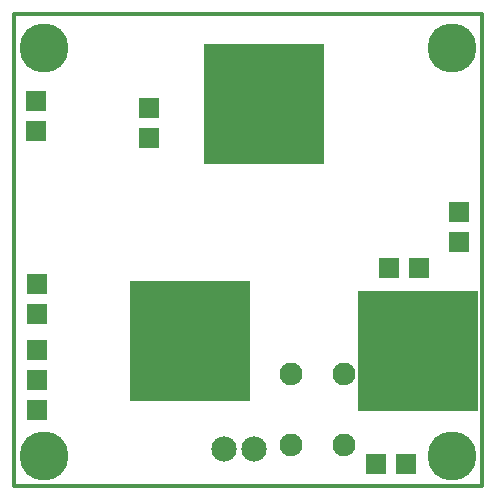
<source format=gbr>
G04 DesignSpark PCB Gerber Version 10.0 Build 5299*
G04 #@! TF.Part,Single*
G04 #@! TF.FileFunction,Soldermask,Bot*
G04 #@! TF.FilePolarity,Negative*
%FSLAX35Y35*%
%MOIN*%
G04 #@! TA.AperFunction,ComponentPad*
%ADD109R,0.06600X0.06600*%
G04 #@! TA.AperFunction,SMDPad,CuDef*
%ADD137R,0.39970X0.39970*%
G04 #@! TD.AperFunction*
%ADD11C,0.01200*%
G04 #@! TA.AperFunction,ComponentPad*
%ADD111C,0.07600*%
%ADD112C,0.08474*%
G04 #@! TA.AperFunction,WasherPad*
%ADD107C,0.16348*%
G04 #@! TD.AperFunction*
X0Y0D02*
D02*
D11*
X19104Y15324D02*
X175324D01*
Y172805D01*
X19104D01*
Y15324D01*
D02*
D107*
X29183Y25403D03*
Y161466D03*
X165246Y25403D03*
Y161466D03*
D02*
D109*
X26663Y133750D03*
Y143750D03*
X26742Y40679D03*
Y50679D03*
Y60679D03*
Y72844D03*
Y82844D03*
X64380Y131545D03*
Y141545D03*
X140049Y22883D03*
X144301Y88002D03*
X150049Y22883D03*
X154301Y88002D03*
X167529Y96899D03*
Y106899D03*
D02*
D111*
X111624Y29222D03*
Y52844D03*
X129340Y29222D03*
Y52844D03*
D02*
D112*
X89242Y27844D03*
X99242D03*
D02*
D137*
X77765Y63592D03*
X102569Y142726D03*
X153750Y60443D03*
X0Y0D02*
M02*

</source>
